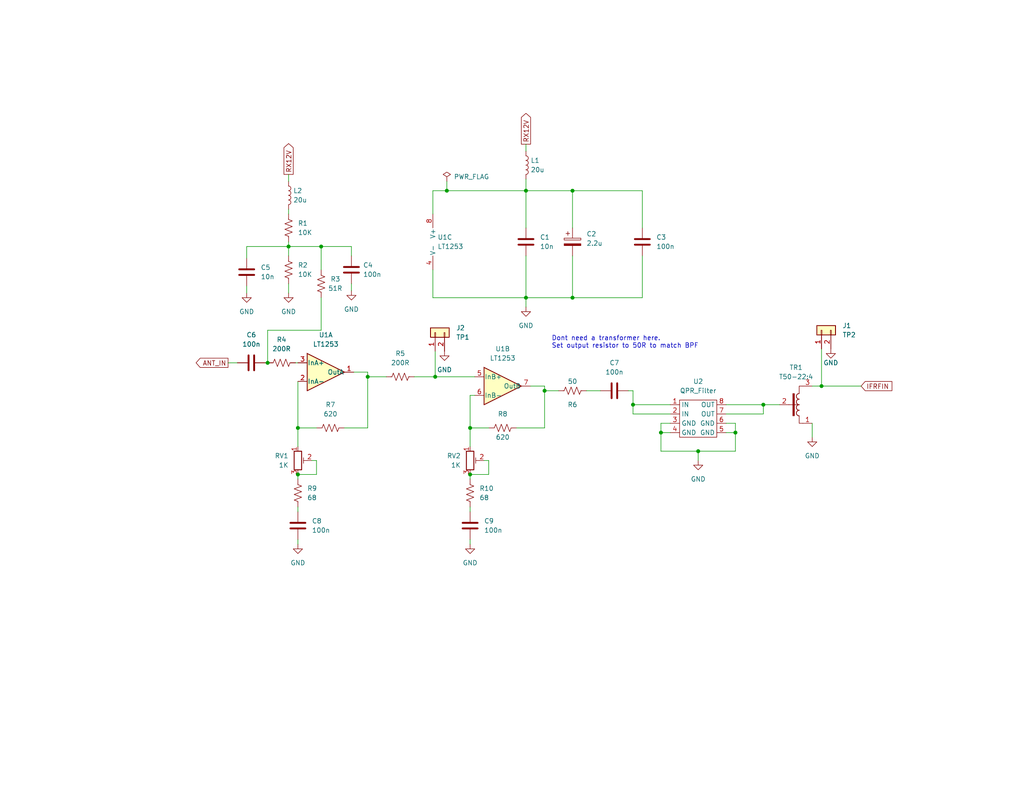
<source format=kicad_sch>
(kicad_sch (version 20211123) (generator eeschema)
  (paper "A")
  (title_block (title "Phoenix 612: RF AMP") (date "2022-08-31") (rev "0.1a") (company "DATER (Dave Peter)"))
  (lib_symbols
    (symbol "Connector_Generic:Conn_01x02" (pin_names (offset 1.016) hide)
      (property "Reference" "J" (at 0 2.54 0))
      (property "Value" "Conn_01x02" (at 0 -5.08 0))
      (symbol "Conn_01x02_1_1"
        (rectangle (start -1.27 -2.413) (end 0 -2.667) (stroke (width 0.1524)))
        (rectangle (start -1.27 0.127) (end 0 -0.127) (stroke (width 0.1524)))
        (rectangle (start -1.27 1.27) (end 1.27 -3.81) (stroke (width 0.254)) (fill (type background)))
        (pin passive line (at -5.08 0 0) (length 3.81) (name "Pin_1") (number "1"))
        (pin passive line (at -5.08 -2.54 0) (length 3.81) (name "Pin_2") (number "2"))
      )
    )
    (symbol "Custom_RF:LT1253" (pin_names (offset 0.127))
      (property "Reference" "U" (at 2.54 6.35 0))
      (property "Value" "LT1253" (at 1.27 -6.35 0))
      (symbol "LT1253_1_1"
        (polyline (pts (xy -5.08 5.08) (xy 5.08 0) (xy -5.08 -5.08) (xy -5.08 5.08)) (stroke (width 0.254)) (fill (type background)))
        (pin output line (at 7.62 0 180) (length 2.54) (name "OutA") (number "1"))
        (pin input line (at -7.62 -2.54 0) (length 2.54) (name "InA-") (number "2"))
        (pin input line (at -7.62 2.54 0) (length 2.54) (name "InA+") (number "3"))
      )
      (symbol "LT1253_2_1"
        (polyline (pts (xy -5.08 5.08) (xy 5.08 0) (xy -5.08 -5.08) (xy -5.08 5.08)) (stroke (width 0.254)) (fill (type background)))
        (pin input line (at -7.62 2.54 0) (length 2.54) (name "InB+") (number "5"))
        (pin input line (at -7.62 -2.54 0) (length 2.54) (name "InB-") (number "6"))
        (pin output line (at 7.62 0 180) (length 2.54) (name "OutB") (number "7"))
      )
      (symbol "LT1253_3_1"
        (pin power_in line (at -2.54 -7.62 90) (length 3.81) (name "V-") (number "4"))
        (pin power_in line (at -2.54 7.62 270) (length 3.81) (name "V+") (number "8"))
      )
    )
    (symbol "Custom_RF:QPR_Filter"
      (property "Reference" "U" (at 0 7.62 0))
      (property "Value" "QPR_Filter" (at 0 -7.62 0))
      (symbol "QPR_Filter_0_1"
        (rectangle (start -5.08 5.08) (end 5.08 -5.08))
      )
      (symbol "QPR_Filter_1_1"
        (pin bidirectional line (at -7.62 3.81 0) (length 2.54) (name "IN") (number "1"))
        (pin bidirectional line (at -7.62 1.27 0) (length 2.54) (name "IN") (number "2"))
        (pin power_in line (at -7.62 -1.27 0) (length 2.54) (name "GND") (number "3"))
        (pin power_in line (at -7.62 -3.81 0) (length 2.54) (name "GND") (number "4"))
        (pin power_in line (at 7.62 -3.81 180) (length 2.54) (name "GND") (number "5"))
        (pin power_in line (at 7.62 -1.27 180) (length 2.54) (name "GND") (number "6"))
        (pin bidirectional line (at 7.62 1.27 180) (length 2.54) (name "OUT") (number "7"))
        (pin bidirectional line (at 7.62 3.81 180) (length 2.54) (name "OUT") (number "8"))
      )
    )
    (symbol "Custom_RF:T50 " (pin_names (offset 0))
      (property "Reference" "TR" (at 0 6.35 0))
      (property "Value" "T50 " (at 0 -6.35 0))
      (symbol "T50 _0_1"
        (arc (start -1.524 -3.048) (mid -0.762 -2.286) (end -1.524 -1.524) (stroke (width 0.2032)))
        (arc (start -1.524 -1.524) (mid -0.762 -0.762) (end -1.524 0) (stroke (width 0.2032)))
        (arc (start -1.524 0) (mid -0.762 0.762) (end -1.524 1.524) (stroke (width 0.2032)))
        (arc (start -1.524 1.524) (mid -0.762 2.286) (end -1.524 3.048) (stroke (width 0.2032)))
        (rectangle (start -0.254 3.048) (end 0.254 -3.048) (stroke (width 0.0254)) (fill (type outline)))
        (polyline (pts (xy -1.524 0) (xy 1.27 0) (xy -1.27 0)) (fill (type outline)))
        (polyline (pts (xy -2.54 5.08) (xy -1.524 5.08) (xy -1.524 3.048) (xy -1.524 3.048)) (stroke (width 0.1524)))
        (polyline (pts (xy -1.524 -3.048) (xy -1.524 -5.08) (xy -2.54 -5.08) (xy -2.54 -5.08)) (stroke (width 0.1524)))
      )
      (symbol "T50 _1_1"
        (pin passive line (at -5.08 5.08 0) (length 2.54) (name "~") (number "1"))
        (pin passive line (at 3.81 0 180) (length 2.54) (name "~") (number "2"))
        (pin passive line (at -5.08 -5.08 0) (length 2.54) (name "~") (number "3"))
      )
    )
    (symbol "Device:C" (pin_numbers hide) (pin_names (offset 0.254))
      (property "Reference" "C" (at 0.635 2.54 0))
      (property "Value" "C" (at 0.635 -2.54 0))
      (symbol "C_0_1"
        (polyline (pts (xy -2.032 -0.762) (xy 2.032 -0.762)) (stroke (width 0.508)))
        (polyline (pts (xy -2.032 0.762) (xy 2.032 0.762)) (stroke (width 0.508)))
      )
      (symbol "C_1_1"
        (pin passive line (at 0 3.81 270) (length 2.794) (name "~") (number "1"))
        (pin passive line (at 0 -3.81 90) (length 2.794) (name "~") (number "2"))
      )
    )
    (symbol "Device:C_Polarized" (pin_numbers hide) (pin_names (offset 0.254))
      (property "Reference" "C" (at 0.635 2.54 0))
      (property "Value" "C_Polarized" (at 0.635 -2.54 0))
      (symbol "C_Polarized_0_1"
        (rectangle (start -2.286 0.508) (end 2.286 1.016))
        (polyline (pts (xy -1.778 2.286) (xy -0.762 2.286)))
        (polyline (pts (xy -1.27 2.794) (xy -1.27 1.778)))
        (rectangle (start 2.286 -0.508) (end -2.286 -1.016) (fill (type outline)))
      )
      (symbol "C_Polarized_1_1"
        (pin passive line (at 0 3.81 270) (length 2.794) (name "~") (number "1"))
        (pin passive line (at 0 -3.81 90) (length 2.794) (name "~") (number "2"))
      )
    )
    (symbol "Device:L" (pin_numbers hide) (pin_names (offset 1.016) hide)
      (property "Reference" "L" (at -1.27 0 90))
      (property "Value" "L" (at 1.905 0 90))
      (symbol "L_0_1"
        (arc (start 0 -2.54) (mid 0.635 -1.905) (end 0 -1.27))
        (arc (start 0 -1.27) (mid 0.635 -0.635) (end 0 0))
        (arc (start 0 0) (mid 0.635 0.635) (end 0 1.27))
        (arc (start 0 1.27) (mid 0.635 1.905) (end 0 2.54))
      )
      (symbol "L_1_1"
        (pin passive line (at 0 3.81 270) (length 1.27) (name "1") (number "1"))
        (pin passive line (at 0 -3.81 90) (length 1.27) (name "2") (number "2"))
      )
    )
    (symbol "Device:R_Potentiometer_Trim" (pin_names (offset 1.016) hide)
      (property "Reference" "RV" (at -4.445 0 90))
      (property "Value" "R_Potentiometer_Trim" (at -2.54 0 90))
      (symbol "R_Potentiometer_Trim_0_1"
        (polyline (pts (xy 1.524 0.762) (xy 1.524 -0.762)))
        (polyline (pts (xy 2.54 0) (xy 1.524 0)))
        (rectangle (start 1.016 2.54) (end -1.016 -2.54) (stroke (width 0.254)))
      )
      (symbol "R_Potentiometer_Trim_1_1"
        (pin passive line (at 0 3.81 270) (length 1.27) (name "1") (number "1"))
        (pin passive line (at 3.81 0 180) (length 1.27) (name "2") (number "2"))
        (pin passive line (at 0 -3.81 90) (length 1.27) (name "3") (number "3"))
      )
    )
    (symbol "Device:R_US" (pin_numbers hide) (pin_names (offset 0))
      (property "Reference" "R" (at 2.54 0 90))
      (property "Value" "R_US" (at -2.54 0 90))
      (symbol "R_US_0_1"
        (polyline (pts (xy 0 -2.286) (xy 0 -2.54)))
        (polyline (pts (xy 0 2.286) (xy 0 2.54)))
        (polyline (pts (xy 0 -0.762) (xy 1.016 -1.143) (xy 0 -1.524) (xy -1.016 -1.905) (xy 0 -2.286)))
        (polyline (pts (xy 0 0.762) (xy 1.016 0.381) (xy 0 0) (xy -1.016 -0.381) (xy 0 -0.762)))
        (polyline (pts (xy 0 2.286) (xy 1.016 1.905) (xy 0 1.524) (xy -1.016 1.143) (xy 0 0.762)))
      )
      (symbol "R_US_1_1"
        (pin passive line (at 0 3.81 270) (length 1.27) (name "~") (number "1"))
        (pin passive line (at 0 -3.81 90) (length 1.27) (name "~") (number "2"))
      )
    )
    (symbol "power:GND" (power) (pin_names (offset 0))
      (property "Value" "GND" (at 0 -3.81 0))
      (symbol "GND_0_1"
        (polyline (pts (xy 0 0) (xy 0 -1.27) (xy 1.27 -1.27) (xy 0 -2.54) (xy -1.27 -1.27) (xy 0 -1.27)))
      )
      (symbol "GND_1_1"
        (pin power_in line (at 0 0 270) (length 0) hide (name "GND") (number "1"))
      )
    )
    (symbol "power:PWR_FLAG" (power) (pin_numbers hide) (pin_names (offset 0) hide)
      (property "Value" "PWR_FLAG" (at 0 3.81 0))
      (symbol "PWR_FLAG_0_0"
        (pin power_out line (at 0 0 90) (length 0) (name "pwr") (number "1"))
      )
      (symbol "PWR_FLAG_0_1"
        (polyline (pts (xy 0 0) (xy 0 1.27) (xy -1.016 1.905) (xy 0 2.54) (xy 1.016 1.905) (xy 0 1.27)))
      )
    )
  )
  (junction (at 143.51 81.28))
  (junction (at 156.21 81.28))
  (junction (at 190.5 123.19))
  (junction (at 172.72 110.49))
  (junction (at 128.27 116.84))
  (junction (at 81.28 116.84))
  (junction (at 156.21 52.07))
  (junction (at 143.51 52.07))
  (junction (at 121.92 52.07))
  (junction (at 81.28 129.54))
  (junction (at 78.74 67.31))
  (junction (at 87.63 67.31))
  (junction (at 128.27 129.54))
  (junction (at 118.745 102.87))
  (junction (at 180.34 118.11))
  (junction (at 224.155 105.41))
  (junction (at 148.59 106.68))
  (junction (at 100.33 102.87))
  (junction (at 73.025 99.06))
  (junction (at 200.66 118.11))
  (junction (at 208.28 110.49))
  (wire (pts (xy 172.72 113.03) (xy 182.88 113.03)))
  (wire (pts (xy 118.745 95.885) (xy 118.745 102.87)))
  (wire (pts (xy 118.11 81.28) (xy 143.51 81.28)))
  (wire (pts (xy 128.27 116.84) (xy 128.27 121.92)))
  (wire (pts (xy 198.12 113.03) (xy 208.28 113.03)))
  (wire (pts (xy 121.92 49.53) (xy 121.92 52.07)))
  (wire (pts (xy 234.95 105.41) (xy 224.155 105.41)))
  (wire (pts (xy 95.885 67.31) (xy 95.885 69.85)))
  (wire (pts (xy 156.21 69.85) (xy 156.21 81.28)))
  (wire (pts (xy 128.27 138.43) (xy 128.27 139.7)))
  (wire (pts (xy 129.54 107.95) (xy 128.27 107.95)))
  (wire (pts (xy 78.74 77.47) (xy 78.74 80.01)))
  (wire (pts (xy 93.98 116.84) (xy 100.33 116.84)))
  (wire (pts (xy 208.28 110.49) (xy 208.28 113.03)))
  (wire (pts (xy 96.52 101.6) (xy 100.33 101.6)))
  (wire (pts (xy 156.21 81.28) (xy 175.26 81.28)))
  (wire (pts (xy 143.51 39.37) (xy 143.51 41.275)))
  (wire (pts (xy 224.155 105.41) (xy 221.615 105.41)))
  (wire (pts (xy 95.885 79.375) (xy 95.885 77.47)))
  (wire (pts (xy 224.155 95.25) (xy 224.155 105.41)))
  (wire (pts (xy 86.36 125.73) (xy 86.36 129.54)))
  (wire (pts (xy 113.03 102.87) (xy 118.745 102.87)))
  (wire (pts (xy 78.74 66.04) (xy 78.74 67.31)))
  (wire (pts (xy 143.51 52.07) (xy 156.21 52.07)))
  (wire (pts (xy 143.51 48.895) (xy 143.51 52.07)))
  (wire (pts (xy 80.645 99.06) (xy 81.28 99.06)))
  (wire (pts (xy 198.12 118.11) (xy 200.66 118.11)))
  (wire (pts (xy 198.12 115.57) (xy 200.66 115.57)))
  (wire (pts (xy 81.28 138.43) (xy 81.28 139.7)))
  (wire (pts (xy 172.72 113.03) (xy 172.72 110.49)))
  (wire (pts (xy 87.63 90.17) (xy 73.025 90.17)))
  (wire (pts (xy 78.74 67.31) (xy 87.63 67.31)))
  (wire (pts (xy 128.27 147.32) (xy 128.27 148.59)))
  (wire (pts (xy 78.74 57.15) (xy 78.74 58.42)))
  (wire (pts (xy 143.51 69.85) (xy 143.51 81.28)))
  (wire (pts (xy 221.615 119.38) (xy 221.615 115.57)))
  (wire (pts (xy 78.74 47.625) (xy 78.74 49.53)))
  (wire (pts (xy 143.51 81.28) (xy 156.21 81.28)))
  (wire (pts (xy 121.92 52.07) (xy 118.11 52.07)))
  (wire (pts (xy 200.66 115.57) (xy 200.66 118.11)))
  (wire (pts (xy 175.26 52.07) (xy 175.26 62.23)))
  (wire (pts (xy 148.59 106.68) (xy 152.4 106.68)))
  (wire (pts (xy 144.78 105.41) (xy 148.59 105.41)))
  (wire (pts (xy 143.51 81.28) (xy 143.51 83.82)))
  (wire (pts (xy 87.63 81.28) (xy 87.63 90.17)))
  (wire (pts (xy 100.33 102.87) (xy 100.33 116.84)))
  (wire (pts (xy 143.51 52.07) (xy 121.92 52.07)))
  (wire (pts (xy 118.11 73.66) (xy 118.11 81.28)))
  (wire (pts (xy 190.5 123.19) (xy 200.66 123.19)))
  (wire (pts (xy 95.885 67.31) (xy 87.63 67.31)))
  (wire (pts (xy 180.34 118.11) (xy 182.88 118.11)))
  (wire (pts (xy 132.08 125.73) (xy 133.35 125.73)))
  (wire (pts (xy 118.745 102.87) (xy 129.54 102.87)))
  (wire (pts (xy 180.34 115.57) (xy 180.34 118.11)))
  (wire (pts (xy 78.74 67.31) (xy 78.74 69.85)))
  (wire (pts (xy 128.27 129.54) (xy 133.35 129.54)))
  (wire (pts (xy 85.09 125.73) (xy 86.36 125.73)))
  (wire (pts (xy 140.97 116.84) (xy 148.59 116.84)))
  (wire (pts (xy 78.74 67.31) (xy 67.31 67.31)))
  (wire (pts (xy 175.26 81.28) (xy 175.26 69.85)))
  (wire (pts (xy 100.33 102.87) (xy 105.41 102.87)))
  (wire (pts (xy 148.59 106.68) (xy 148.59 116.84)))
  (wire (pts (xy 143.51 52.07) (xy 143.51 62.23)))
  (wire (pts (xy 81.28 147.32) (xy 81.28 148.59)))
  (wire (pts (xy 180.34 118.11) (xy 180.34 123.19)))
  (wire (pts (xy 62.23 99.06) (xy 64.77 99.06)))
  (wire (pts (xy 128.27 116.84) (xy 133.35 116.84)))
  (wire (pts (xy 81.28 129.54) (xy 86.36 129.54)))
  (wire (pts (xy 81.28 104.14) (xy 81.28 116.84)))
  (wire (pts (xy 156.21 52.07) (xy 156.21 62.23)))
  (wire (pts (xy 128.27 129.54) (xy 128.27 130.81)))
  (wire (pts (xy 81.28 116.84) (xy 81.28 121.92)))
  (wire (pts (xy 100.33 101.6) (xy 100.33 102.87)))
  (wire (pts (xy 72.39 99.06) (xy 73.025 99.06)))
  (wire (pts (xy 148.59 105.41) (xy 148.59 106.68)))
  (wire (pts (xy 190.5 123.19) (xy 190.5 125.73)))
  (wire (pts (xy 171.45 106.68) (xy 172.72 106.68)))
  (wire (pts (xy 81.28 129.54) (xy 81.28 130.81)))
  (wire (pts (xy 182.88 115.57) (xy 180.34 115.57)))
  (wire (pts (xy 128.27 107.95) (xy 128.27 116.84)))
  (wire (pts (xy 67.31 67.31) (xy 67.31 70.485)))
  (wire (pts (xy 172.72 106.68) (xy 172.72 110.49)))
  (wire (pts (xy 180.34 123.19) (xy 190.5 123.19)))
  (wire (pts (xy 67.31 80.01) (xy 67.31 78.105)))
  (wire (pts (xy 87.63 67.31) (xy 87.63 73.66)))
  (wire (pts (xy 198.12 110.49) (xy 208.28 110.49)))
  (wire (pts (xy 73.025 90.17) (xy 73.025 99.06)))
  (wire (pts (xy 133.35 125.73) (xy 133.35 129.54)))
  (wire (pts (xy 172.72 110.49) (xy 182.88 110.49)))
  (wire (pts (xy 200.66 123.19) (xy 200.66 118.11)))
  (wire (pts (xy 118.11 52.07) (xy 118.11 58.42)))
  (wire (pts (xy 160.02 106.68) (xy 163.83 106.68)))
  (wire (pts (xy 81.28 116.84) (xy 86.36 116.84)))
  (wire (pts (xy 156.21 52.07) (xy 175.26 52.07)))
  (wire (pts (xy 208.28 110.49) (xy 212.725 110.49)))
  (text "Dont need a transformer here.  \nSet output resistor to 50R to match BPF" (at 150.495 95.25 0) (effects (font (size 1.27 1.27)) (justify left bottom)))
  (global_label "IFRFIN" (shape input) (at 234.95 105.41 0) (property "Intersheet References" "${INTERSHEET_REFS}" (effects hide)))
  (global_label "RX12V" (shape output) (at 143.51 39.37 90) (property "Intersheet References" "${INTERSHEET_REFS}" (effects hide)))
  (global_label "RX12V" (shape output) (at 78.74 47.625 90) (property "Intersheet References" "${INTERSHEET_REFS}" (effects hide)))
  (global_label "ANT_IN" (shape output) (at 62.23 99.06 180) (property "Intersheet References" "${INTERSHEET_REFS}" (effects hide)))
  (symbol (lib_id "Device:C") (at 95.885 73.66 0) (unit 1)
    (property "Reference" "C4" (at 99.06 72.3899 0) (effects (justify left)))
    (property "Value" "100n" (at 99.06 74.9299 0) (effects (justify left)))
    (property "Footprint" "Capacitor_SMD:C_1206_3216Metric" (effects hide))
  )
  (symbol (lib_id "Device:C") (at 143.51 66.04 0) (unit 1)
    (property "Reference" "C1" (at 147.32 64.7699 0) (effects (justify left)))
    (property "Value" "10n" (at 147.32 67.3099 0) (effects (justify left)))
    (property "Footprint" "Capacitor_SMD:C_1206_3216Metric" (effects hide))
  )
  (symbol (lib_id "power:GND") (at 190.5 125.73 0) (unit 1)
    (property "Reference" "#PWR016" (effects hide))
    (property "Value" "GND" (at 190.5 130.81 0))
  )
  (symbol (lib_id "Device:R_US") (at 87.63 77.47 180) (unit 1)
    (property "Reference" "R3" (at 90.17 76.2 0) (effects (justify right)))
    (property "Value" "51R" (at 89.535 78.74 0) (effects (justify right)))
    (property "Footprint" "Resistor_SMD:R_1206_3216Metric" (effects hide))
  )
  (symbol (lib_id "Custom_RF:LT1253") (at 120.65 66.04 0) (unit 3)
    (property "Reference" "U1" (at 119.38 64.7699 0) (effects (justify left)))
    (property "Value" "LT1253" (at 119.38 67.3099 0) (effects (justify left)))
    (property "Footprint" "Package_DIP:DIP-8_W7.62mm" (effects hide))
    (property "Datasheet" "https://www.analog.com/media/en/technical-documentation/data-sheets/lt1253.pdf" (effects hide))
  )
  (symbol (lib_id "Device:C") (at 175.26 66.04 0) (unit 1)
    (property "Reference" "C3" (at 179.07 64.7699 0) (effects (justify left)))
    (property "Value" "100n" (at 179.07 67.3099 0) (effects (justify left)))
    (property "Footprint" "Capacitor_SMD:C_1206_3216Metric" (effects hide))
  )
  (symbol (lib_id "power:GND") (at 128.27 148.59 0) (unit 1)
    (property "Reference" "#PWR018" (effects hide))
    (property "Value" "GND" (at 128.27 153.67 0))
  )
  (symbol (lib_id "power:GND") (at 81.28 148.59 0) (unit 1)
    (property "Reference" "#PWR017" (effects hide))
    (property "Value" "GND" (at 81.28 153.67 0))
  )
  (symbol (lib_id "Device:R_US") (at 90.17 116.84 90) (unit 1)
    (property "Reference" "R7" (at 90.17 110.49 90))
    (property "Value" "620" (at 90.17 113.03 90))
    (property "Footprint" "Resistor_SMD:R_1206_3216Metric" (effects hide))
  )
  (symbol (lib_id "Device:R_US") (at 128.27 134.62 0) (unit 1)
    (property "Reference" "R10" (at 130.81 133.3499 0) (effects (justify left)))
    (property "Value" "68" (at 130.81 135.8899 0) (effects (justify left)))
    (property "Footprint" "Resistor_SMD:R_1206_3216Metric" (effects hide))
  )
  (symbol (lib_id "Device:R_US") (at 156.21 106.68 90) (unit 1)
    (property "Reference" "R6" (at 156.21 110.49 90))
    (property "Value" "50" (at 156.21 104.14 90))
    (property "Footprint" "Resistor_SMD:R_1206_3216Metric" (effects hide))
  )
  (symbol (lib_id "Device:R_US") (at 76.835 99.06 90) (unit 1)
    (property "Reference" "R4" (at 76.835 92.71 90))
    (property "Value" "200R" (at 76.835 95.25 90))
    (property "Footprint" "Resistor_SMD:R_1206_3216Metric" (effects hide))
  )
  (symbol (lib_id "Custom_RF:QPR_Filter") (at 190.5 114.3 0) (unit 1)
    (property "Reference" "U2" (at 190.5 104.14 0))
    (property "Value" "QPR_Filter" (at 190.5 106.68 0))
    (property "Footprint" "Custom_RF:QRPLabs_Filter_TH" (effects hide))
    (property "Datasheet" "https://www.qrp-labs.com/lpfkit.html" (effects hide))
  )
  (symbol (lib_id "Custom_RF:LT1253") (at 137.16 105.41 0) (unit 2)
    (property "Reference" "U1" (at 137.16 95.25 0))
    (property "Value" "LT1253" (at 137.16 97.79 0))
    (property "Footprint" "Package_DIP:DIP-8_W7.62mm" (effects hide))
    (property "Datasheet" "https://www.analog.com/media/en/technical-documentation/data-sheets/lt1253.pdf" (effects hide))
  )
  (symbol (lib_id "Device:C") (at 128.27 143.51 0) (unit 1)
    (property "Reference" "C9" (at 132.08 142.2399 0) (effects (justify left)))
    (property "Value" "100n" (at 132.08 144.7799 0) (effects (justify left)))
    (property "Footprint" "Capacitor_SMD:C_1206_3216Metric" (effects hide))
  )
  (symbol (lib_id "power:PWR_FLAG") (at 121.92 49.53 0) (unit 1)
    (property "Reference" "#FLG01" (effects hide))
    (property "Value" "PWR_FLAG" (at 123.825 48.2599 0) (effects (justify left)))
  )
  (symbol (lib_id "Device:L") (at 78.74 53.34 0) (unit 1)
    (property "Reference" "L2" (at 80.01 52.0699 0) (effects (justify left)))
    (property "Value" "20u" (at 80.01 54.6099 0) (effects (justify left)))
    (property "Footprint" "Inductor_SMD:L_1206_3216Metric" (effects hide))
  )
  (symbol (lib_id "Device:R_Potentiometer_Trim") (at 128.27 125.73 0) (unit 1)
    (property "Reference" "RV2" (at 125.73 124.4599 0) (effects (justify right)))
    (property "Value" "1K" (at 125.73 126.9999 0) (effects (justify right)))
    (property "Footprint" "Potentiometer_THT:Potentiometer_Bourns_3296W_Vertical" (effects hide))
  )
  (symbol (lib_id "Device:R_US") (at 78.74 73.66 0) (unit 1)
    (property "Reference" "R2" (at 81.28 72.3899 0) (effects (justify left)))
    (property "Value" "10K" (at 81.28 74.9299 0) (effects (justify left)))
    (property "Footprint" "Resistor_SMD:R_1206_3216Metric" (effects hide))
  )
  (symbol (lib_id "power:GND") (at 121.285 95.885 0) (unit 1)
    (property "Reference" "#PWR014" (effects hide))
    (property "Value" "GND" (at 121.285 100.965 0))
  )
  (symbol (lib_id "Device:C") (at 167.64 106.68 90) (unit 1)
    (property "Reference" "C7" (at 167.64 99.06 90))
    (property "Value" "100n" (at 167.64 101.6 90))
    (property "Footprint" "Capacitor_SMD:C_1206_3216Metric" (effects hide))
  )
  (symbol (lib_id "power:GND") (at 78.74 80.01 0) (unit 1)
    (property "Reference" "#PWR011" (effects hide))
    (property "Value" "GND" (at 78.74 85.09 0))
  )
  (symbol (lib_id "Connector_Generic:Conn_01x02") (at 224.155 90.17 90) (unit 1)
    (property "Reference" "J1" (at 229.87 88.8999 90) (effects (justify right)))
    (property "Value" "TP2" (at 229.87 91.4399 90) (effects (justify right)))
    (property "Footprint" "Connector_PinSocket_2.54mm:PinSocket_1x02_P2.54mm_Vertical" (effects hide))
  )
  (symbol (lib_id "power:GND") (at 143.51 83.82 0) (unit 1)
    (property "Reference" "#PWR012" (effects hide))
    (property "Value" "GND" (at 143.51 88.9 0))
  )
  (symbol (lib_id "Device:C") (at 81.28 143.51 0) (unit 1)
    (property "Reference" "C8" (at 85.09 142.2399 0) (effects (justify left)))
    (property "Value" "100n" (at 85.09 144.7799 0) (effects (justify left)))
    (property "Footprint" "Capacitor_SMD:C_1206_3216Metric" (effects hide))
  )
  (symbol (lib_id "power:GND") (at 67.31 80.01 0) (unit 1)
    (property "Reference" "#PWR010" (effects hide))
    (property "Value" "GND" (at 67.31 85.09 0))
  )
  (symbol (lib_id "Device:R_US") (at 78.74 62.23 0) (unit 1)
    (property "Reference" "R1" (at 81.28 60.9599 0) (effects (justify left)))
    (property "Value" "10K" (at 81.28 63.4999 0) (effects (justify left)))
    (property "Footprint" "Resistor_SMD:R_1206_3216Metric" (effects hide))
  )
  (symbol (lib_id "Device:R_US") (at 81.28 134.62 0) (unit 1)
    (property "Reference" "R9" (at 83.82 133.3499 0) (effects (justify left)))
    (property "Value" "68" (at 83.82 135.8899 0) (effects (justify left)))
    (property "Footprint" "Resistor_SMD:R_1206_3216Metric" (effects hide))
  )
  (symbol (lib_id "Device:L") (at 143.51 45.085 0) (unit 1)
    (property "Reference" "L1" (at 144.78 43.8149 0) (effects (justify left)))
    (property "Value" "20u" (at 144.78 46.3549 0) (effects (justify left)))
    (property "Footprint" "Inductor_SMD:L_1206_3216Metric" (effects hide))
  )
  (symbol (lib_id "Device:R_Potentiometer_Trim") (at 81.28 125.73 0) (unit 1)
    (property "Reference" "RV1" (at 78.74 124.4599 0) (effects (justify right)))
    (property "Value" "1K" (at 78.74 126.9999 0) (effects (justify right)))
    (property "Footprint" "Potentiometer_THT:Potentiometer_Bourns_3296W_Vertical" (effects hide))
  )
  (symbol (lib_id "Device:C") (at 68.58 99.06 90) (unit 1)
    (property "Reference" "C6" (at 68.58 91.44 90))
    (property "Value" "100n" (at 68.58 93.98 90))
    (property "Footprint" "Capacitor_SMD:C_1206_3216Metric" (effects hide))
  )
  (symbol (lib_id "Device:R_US") (at 137.16 116.84 270) (unit 1)
    (property "Reference" "R8" (at 137.16 113.03 90))
    (property "Value" "620" (at 137.16 119.38 90))
    (property "Footprint" "Resistor_SMD:R_1206_3216Metric" (effects hide))
  )
  (symbol (lib_id "Device:R_US") (at 109.22 102.87 90) (unit 1)
    (property "Reference" "R5" (at 109.22 96.52 90))
    (property "Value" "200R" (at 109.22 99.06 90))
    (property "Footprint" "Resistor_SMD:R_1206_3216Metric" (effects hide))
  )
  (symbol (lib_id "power:GND") (at 95.885 79.375 0) (unit 1)
    (property "Reference" "#PWR09" (effects hide))
    (property "Value" "GND" (at 95.885 84.455 0))
  )
  (symbol (lib_id "Connector_Generic:Conn_01x02") (at 118.745 90.805 90) (unit 1)
    (property "Reference" "J2" (at 124.46 89.5349 90) (effects (justify right)))
    (property "Value" "TP1" (at 124.46 92.0749 90) (effects (justify right)))
    (property "Footprint" "Connector_PinSocket_2.54mm:PinSocket_1x02_P2.54mm_Vertical" (effects hide))
  )
  (symbol (lib_id "power:GND") (at 221.615 119.38 0) (unit 1)
    (property "Reference" "#PWR015" (effects hide))
    (property "Value" "GND" (at 221.615 124.46 0))
  )
  (symbol (lib_id "Device:C") (at 67.31 74.295 0) (unit 1)
    (property "Reference" "C5" (at 71.12 73.0249 0) (effects (justify left)))
    (property "Value" "10n" (at 71.12 75.5649 0) (effects (justify left)))
    (property "Footprint" "Capacitor_SMD:C_1206_3216Metric" (effects hide))
  )
  (symbol (lib_id "power:GND") (at 226.695 95.25 0) (unit 1)
    (property "Reference" "#PWR013" (effects hide))
    (property "Value" "GND" (at 226.695 99.06 0))
  )
  (symbol (lib_id "Custom_RF:T50 ") (at 216.535 110.49 180) (unit 1)
    (property "Reference" "TR1" (at 217.2081 100.33 0))
    (property "Value" "T50-22:4" (at 217.2081 102.87 0))
    (property "Footprint" "Custom_RF:T50-1Tap-Close" (effects hide))
  )
  (symbol (lib_id "Custom_RF:LT1253") (at 88.9 101.6 0) (unit 1)
    (property "Reference" "U1" (at 88.9 91.44 0))
    (property "Value" "LT1253" (at 88.9 93.98 0))
    (property "Footprint" "Package_DIP:DIP-8_W7.62mm" (effects hide))
    (property "Datasheet" "https://www.analog.com/media/en/technical-documentation/data-sheets/lt1253.pdf" (effects hide))
  )
  (symbol (lib_id "Device:C_Polarized") (at 156.21 66.04 0) (unit 1)
    (property "Reference" "C2" (at 160.02 63.8809 0) (effects (justify left)))
    (property "Value" "2.2u" (at 160.02 66.4209 0) (effects (justify left)))
    (property "Footprint" "Capacitor_THT:CP_Radial_D8.0mm_P2.50mm" (effects hide))
  )
)
</source>
